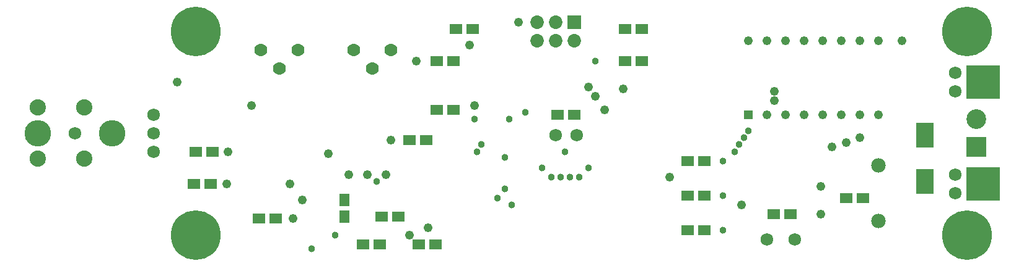
<source format=gbr>
G04 DipTrace 3.3.0.0*
G04 BottomMask.gbr*
%MOIN*%
G04 #@! TF.FileFunction,Soldermask,Bot*
G04 #@! TF.Part,Single*
%ADD45R,0.181X0.181*%
%ADD66C,0.08788*%
%ADD68C,0.14288*%
%ADD70C,0.06788*%
%ADD72C,0.267681*%
%ADD74C,0.04788*%
%ADD76C,0.03788*%
%ADD86C,0.07788*%
%ADD90R,0.05788X0.06788*%
%ADD92C,0.06988*%
%ADD98R,0.04788X0.04788*%
%ADD100C,0.04788*%
%ADD102C,0.106305*%
%ADD104R,0.106305X0.106305*%
%ADD106C,0.06788*%
%ADD108R,0.07288X0.07288*%
%ADD110C,0.07288*%
%ADD116R,0.09788X0.13788*%
%ADD118R,0.06788X0.05788*%
%FSLAX26Y26*%
G04*
G70*
G90*
G75*
G01*
G04 BotMask*
%LPD*%
D76*
X3925000Y762500D3*
X3900000Y725000D3*
X3875000Y687500D3*
X3850000Y650000D3*
D74*
X850000Y1025000D3*
D72*
X950000Y1300000D3*
D74*
X1975000Y525000D3*
X1118751Y475000D3*
X1125000Y650000D3*
X1456249Y475000D3*
X2200000Y237500D3*
X2100000Y200000D3*
D76*
X2862500Y512500D3*
X2912500D3*
X2962500D3*
X3012500D3*
X3787500Y600000D3*
Y412500D3*
Y225000D3*
D74*
X2687500Y1350000D3*
D76*
X1925000Y487500D3*
X2612500Y450000D3*
D74*
X1525000Y387500D3*
X2000000Y712500D3*
D76*
X2575000Y400000D3*
X2812500Y562500D3*
X2937500Y650000D3*
X2462500D3*
D74*
X4062500Y975000D3*
Y925000D3*
X3250000Y987500D3*
X4750000Y1250000D3*
X1775000Y525000D3*
X1875000D3*
D76*
X2450000Y825000D3*
X2725000Y862500D3*
X3062500Y562500D3*
D70*
X2887500Y737500D3*
X3000000D3*
D76*
X2487500Y687500D3*
X2637500Y825000D3*
D74*
X2450000Y900000D3*
X2425000Y1225000D3*
D76*
X3100000Y1137500D3*
D74*
X1662500Y637500D3*
X1250000Y900000D3*
X3100000Y950000D3*
X2137500Y1137500D3*
D76*
X2612500Y618751D3*
D74*
X3500000Y512500D3*
X3062500Y1000000D3*
X1475000Y287500D3*
D76*
X1575000Y125000D3*
X1700000Y200000D3*
D74*
X3150000Y875000D3*
D68*
X500000Y750000D3*
X100000D3*
D72*
X950000Y200000D3*
X5100000D3*
D74*
X3887500Y362500D3*
X4312500Y312500D3*
D66*
X100000Y887500D3*
X350000Y612500D3*
D74*
X4312500Y462500D3*
X4525000Y725000D3*
D76*
X2650000Y362500D3*
D72*
X5100000Y1300000D3*
D70*
X4025000Y175000D3*
X4175000D3*
D66*
X350000Y887500D3*
X100000Y612500D3*
D74*
X4450000Y700000D3*
X4375000Y675000D3*
D118*
X2350000Y1312500D3*
X2440000D3*
X3350000D3*
X3260000D3*
D116*
X4875000Y737500D3*
Y487500D3*
D118*
X2987500Y850000D3*
X2897500D3*
X1381249Y287500D3*
X1291249D3*
X4150000Y312500D3*
X4060000D3*
X2100000Y712500D3*
X2190000D3*
X2150000Y150000D3*
X2240000D3*
D110*
X2987500Y1250000D3*
X2887500Y1350000D3*
X2787500D3*
D108*
X2987500D3*
D110*
X2787500Y1250000D3*
X2887500D3*
D106*
X300000Y750000D3*
X5037500Y1075000D3*
Y425000D3*
D104*
X5150000Y675000D3*
D102*
Y825000D3*
D106*
X5037500Y975000D3*
Y525000D3*
D100*
X3925000Y1250000D3*
X4025000D3*
X4125000D3*
X4225000D3*
X4325000D3*
X4425000D3*
X4525000D3*
X4625000D3*
Y850000D3*
X4525000D3*
X4425000D3*
X4325000D3*
X4225000D3*
X4125000D3*
X4025000D3*
D98*
X3925000D3*
D45*
X5187500Y1025000D3*
Y475000D3*
D118*
X2337500Y1137500D3*
X2247500D3*
X3687500Y225000D3*
X3597500D3*
X2337500Y875000D3*
X2247500D3*
X3687500Y412500D3*
X3597500D3*
D92*
X2000000Y1200000D3*
X1800000D3*
X1900000Y1100000D3*
D118*
X3687500Y600000D3*
X3597500D3*
D92*
X1500000Y1200000D3*
X1300000D3*
X1400000Y1100000D3*
D118*
X1950000Y300000D3*
X2040000D3*
X1850000Y150000D3*
X1940000D3*
X3350000Y1137500D3*
X3260000D3*
D90*
X1750000Y300000D3*
Y390000D3*
D118*
X4450000Y400000D3*
X4540000D3*
X950000Y650000D3*
X1040000D3*
X1031251Y475000D3*
X941251D3*
D86*
X4625000Y275000D3*
Y575000D3*
D106*
X725000Y650000D3*
Y750000D3*
Y850000D3*
M02*

</source>
